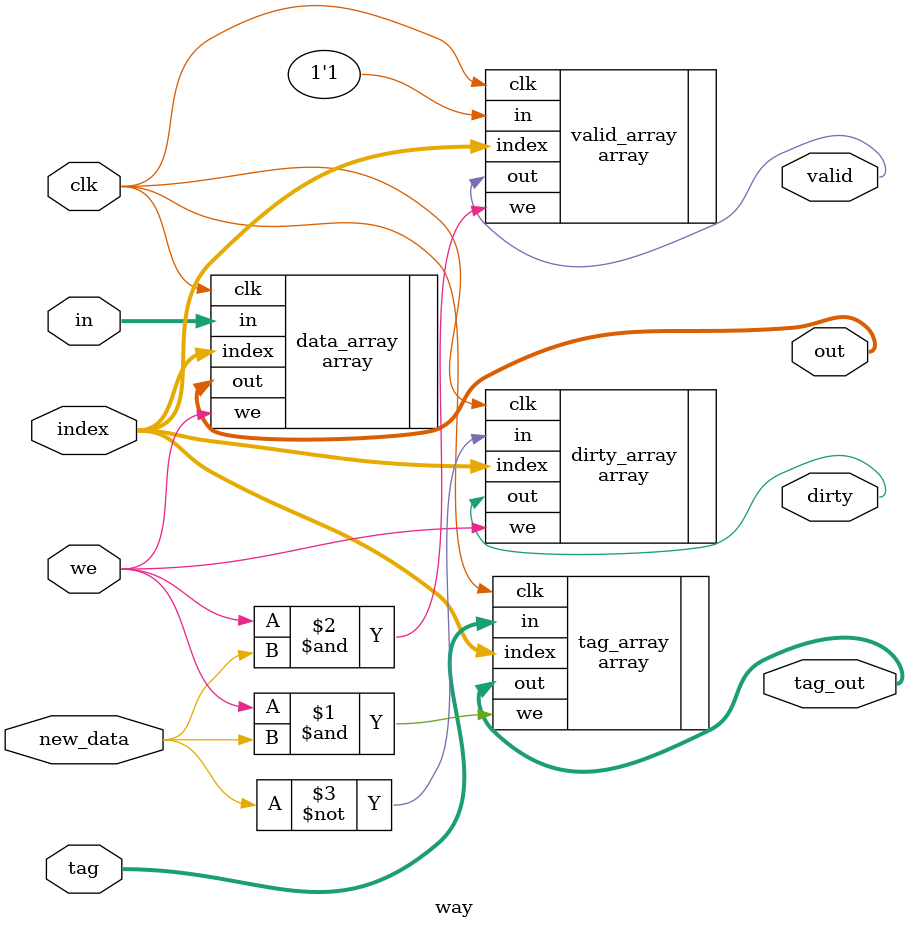
<source format=sv>
module way #(parameter tagsize = 9, parameter width = 128, parameter depth = 8)
(
    input clk,

    input logic [width-1:0] in,
    input logic [tagsize-1:0] tag,
    input [$clog2(depth)-1:0] index,
    input new_data, we,
    
    output [width-1:0] out,
    output [tagsize-1:0] tag_out,
    output logic valid, dirty
);

array #(.width(tagsize), .depth(depth)) tag_array
(
    .clk(clk),
    .index(index),
    .in(tag),
    .we(we & new_data),
    .out(tag_out)
);

array #(.width(1), .depth(depth)) valid_array
(
    .clk(clk),
    .index(index),
    .in(1'b1),
    .we(we & new_data),
    .out(valid)
);

array #(.width(1), .depth(depth)) dirty_array
(
    .clk(clk),
    .index(index),
    .in(~new_data),
    .we(we),
    .out(dirty)
);

array #(.width(width), .depth(depth)) data_array
(
    .clk(clk),
    .index(index),
    .in(in),
    .we(we),
    .out(out)
);

endmodule : way

</source>
